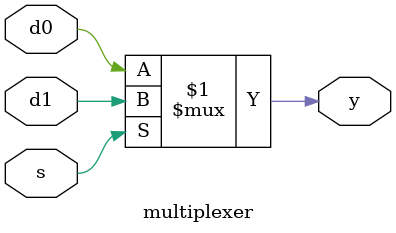
<source format=v>
module multiplexer(
	input d0,
	input d1,
	input s,
	output y
	);
	
	
assign y = s ? d1 : d0;
	
endmodule
</source>
